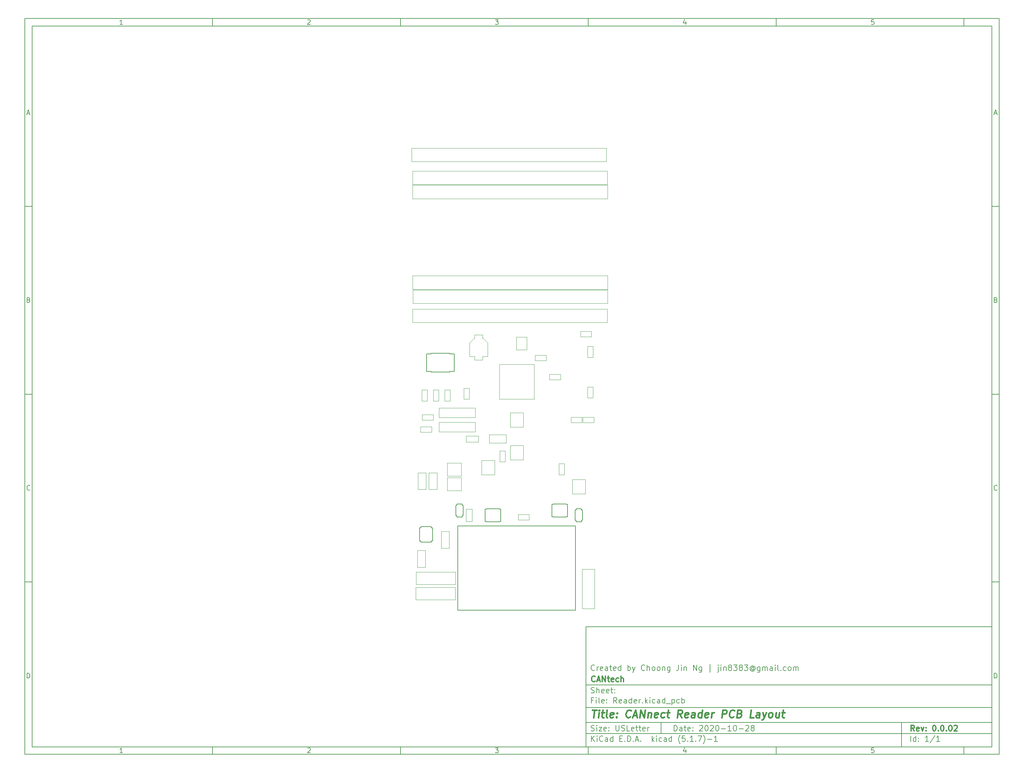
<source format=gbr>
%TF.GenerationSoftware,KiCad,Pcbnew,(5.1.7)-1*%
%TF.CreationDate,2020-10-28T15:01:33-07:00*%
%TF.ProjectId,Reader,52656164-6572-42e6-9b69-6361645f7063,0.0.02*%
%TF.SameCoordinates,Original*%
%TF.FileFunction,Other,User*%
%FSLAX46Y46*%
G04 Gerber Fmt 4.6, Leading zero omitted, Abs format (unit mm)*
G04 Created by KiCad (PCBNEW (5.1.7)-1) date 2020-10-28 15:01:33*
%MOMM*%
%LPD*%
G01*
G04 APERTURE LIST*
%ADD10C,0.100000*%
%ADD11C,0.150000*%
%ADD12C,0.300000*%
%ADD13C,0.400000*%
%ADD14C,0.152400*%
%ADD15C,0.050000*%
%ADD16C,0.050800*%
G04 APERTURE END LIST*
D10*
D11*
X159400000Y-171900000D02*
X159400000Y-203900000D01*
X267400000Y-203900000D01*
X267400000Y-171900000D01*
X159400000Y-171900000D01*
D10*
D11*
X10000000Y-10000000D02*
X10000000Y-205900000D01*
X269400000Y-205900000D01*
X269400000Y-10000000D01*
X10000000Y-10000000D01*
D10*
D11*
X12000000Y-12000000D02*
X12000000Y-203900000D01*
X267400000Y-203900000D01*
X267400000Y-12000000D01*
X12000000Y-12000000D01*
D10*
D11*
X60000000Y-12000000D02*
X60000000Y-10000000D01*
D10*
D11*
X110000000Y-12000000D02*
X110000000Y-10000000D01*
D10*
D11*
X160000000Y-12000000D02*
X160000000Y-10000000D01*
D10*
D11*
X210000000Y-12000000D02*
X210000000Y-10000000D01*
D10*
D11*
X260000000Y-12000000D02*
X260000000Y-10000000D01*
D10*
D11*
X36065476Y-11588095D02*
X35322619Y-11588095D01*
X35694047Y-11588095D02*
X35694047Y-10288095D01*
X35570238Y-10473809D01*
X35446428Y-10597619D01*
X35322619Y-10659523D01*
D10*
D11*
X85322619Y-10411904D02*
X85384523Y-10350000D01*
X85508333Y-10288095D01*
X85817857Y-10288095D01*
X85941666Y-10350000D01*
X86003571Y-10411904D01*
X86065476Y-10535714D01*
X86065476Y-10659523D01*
X86003571Y-10845238D01*
X85260714Y-11588095D01*
X86065476Y-11588095D01*
D10*
D11*
X135260714Y-10288095D02*
X136065476Y-10288095D01*
X135632142Y-10783333D01*
X135817857Y-10783333D01*
X135941666Y-10845238D01*
X136003571Y-10907142D01*
X136065476Y-11030952D01*
X136065476Y-11340476D01*
X136003571Y-11464285D01*
X135941666Y-11526190D01*
X135817857Y-11588095D01*
X135446428Y-11588095D01*
X135322619Y-11526190D01*
X135260714Y-11464285D01*
D10*
D11*
X185941666Y-10721428D02*
X185941666Y-11588095D01*
X185632142Y-10226190D02*
X185322619Y-11154761D01*
X186127380Y-11154761D01*
D10*
D11*
X236003571Y-10288095D02*
X235384523Y-10288095D01*
X235322619Y-10907142D01*
X235384523Y-10845238D01*
X235508333Y-10783333D01*
X235817857Y-10783333D01*
X235941666Y-10845238D01*
X236003571Y-10907142D01*
X236065476Y-11030952D01*
X236065476Y-11340476D01*
X236003571Y-11464285D01*
X235941666Y-11526190D01*
X235817857Y-11588095D01*
X235508333Y-11588095D01*
X235384523Y-11526190D01*
X235322619Y-11464285D01*
D10*
D11*
X60000000Y-203900000D02*
X60000000Y-205900000D01*
D10*
D11*
X110000000Y-203900000D02*
X110000000Y-205900000D01*
D10*
D11*
X160000000Y-203900000D02*
X160000000Y-205900000D01*
D10*
D11*
X210000000Y-203900000D02*
X210000000Y-205900000D01*
D10*
D11*
X260000000Y-203900000D02*
X260000000Y-205900000D01*
D10*
D11*
X36065476Y-205488095D02*
X35322619Y-205488095D01*
X35694047Y-205488095D02*
X35694047Y-204188095D01*
X35570238Y-204373809D01*
X35446428Y-204497619D01*
X35322619Y-204559523D01*
D10*
D11*
X85322619Y-204311904D02*
X85384523Y-204250000D01*
X85508333Y-204188095D01*
X85817857Y-204188095D01*
X85941666Y-204250000D01*
X86003571Y-204311904D01*
X86065476Y-204435714D01*
X86065476Y-204559523D01*
X86003571Y-204745238D01*
X85260714Y-205488095D01*
X86065476Y-205488095D01*
D10*
D11*
X135260714Y-204188095D02*
X136065476Y-204188095D01*
X135632142Y-204683333D01*
X135817857Y-204683333D01*
X135941666Y-204745238D01*
X136003571Y-204807142D01*
X136065476Y-204930952D01*
X136065476Y-205240476D01*
X136003571Y-205364285D01*
X135941666Y-205426190D01*
X135817857Y-205488095D01*
X135446428Y-205488095D01*
X135322619Y-205426190D01*
X135260714Y-205364285D01*
D10*
D11*
X185941666Y-204621428D02*
X185941666Y-205488095D01*
X185632142Y-204126190D02*
X185322619Y-205054761D01*
X186127380Y-205054761D01*
D10*
D11*
X236003571Y-204188095D02*
X235384523Y-204188095D01*
X235322619Y-204807142D01*
X235384523Y-204745238D01*
X235508333Y-204683333D01*
X235817857Y-204683333D01*
X235941666Y-204745238D01*
X236003571Y-204807142D01*
X236065476Y-204930952D01*
X236065476Y-205240476D01*
X236003571Y-205364285D01*
X235941666Y-205426190D01*
X235817857Y-205488095D01*
X235508333Y-205488095D01*
X235384523Y-205426190D01*
X235322619Y-205364285D01*
D10*
D11*
X10000000Y-60000000D02*
X12000000Y-60000000D01*
D10*
D11*
X10000000Y-110000000D02*
X12000000Y-110000000D01*
D10*
D11*
X10000000Y-160000000D02*
X12000000Y-160000000D01*
D10*
D11*
X10690476Y-35216666D02*
X11309523Y-35216666D01*
X10566666Y-35588095D02*
X11000000Y-34288095D01*
X11433333Y-35588095D01*
D10*
D11*
X11092857Y-84907142D02*
X11278571Y-84969047D01*
X11340476Y-85030952D01*
X11402380Y-85154761D01*
X11402380Y-85340476D01*
X11340476Y-85464285D01*
X11278571Y-85526190D01*
X11154761Y-85588095D01*
X10659523Y-85588095D01*
X10659523Y-84288095D01*
X11092857Y-84288095D01*
X11216666Y-84350000D01*
X11278571Y-84411904D01*
X11340476Y-84535714D01*
X11340476Y-84659523D01*
X11278571Y-84783333D01*
X11216666Y-84845238D01*
X11092857Y-84907142D01*
X10659523Y-84907142D01*
D10*
D11*
X11402380Y-135464285D02*
X11340476Y-135526190D01*
X11154761Y-135588095D01*
X11030952Y-135588095D01*
X10845238Y-135526190D01*
X10721428Y-135402380D01*
X10659523Y-135278571D01*
X10597619Y-135030952D01*
X10597619Y-134845238D01*
X10659523Y-134597619D01*
X10721428Y-134473809D01*
X10845238Y-134350000D01*
X11030952Y-134288095D01*
X11154761Y-134288095D01*
X11340476Y-134350000D01*
X11402380Y-134411904D01*
D10*
D11*
X10659523Y-185588095D02*
X10659523Y-184288095D01*
X10969047Y-184288095D01*
X11154761Y-184350000D01*
X11278571Y-184473809D01*
X11340476Y-184597619D01*
X11402380Y-184845238D01*
X11402380Y-185030952D01*
X11340476Y-185278571D01*
X11278571Y-185402380D01*
X11154761Y-185526190D01*
X10969047Y-185588095D01*
X10659523Y-185588095D01*
D10*
D11*
X269400000Y-60000000D02*
X267400000Y-60000000D01*
D10*
D11*
X269400000Y-110000000D02*
X267400000Y-110000000D01*
D10*
D11*
X269400000Y-160000000D02*
X267400000Y-160000000D01*
D10*
D11*
X268090476Y-35216666D02*
X268709523Y-35216666D01*
X267966666Y-35588095D02*
X268400000Y-34288095D01*
X268833333Y-35588095D01*
D10*
D11*
X268492857Y-84907142D02*
X268678571Y-84969047D01*
X268740476Y-85030952D01*
X268802380Y-85154761D01*
X268802380Y-85340476D01*
X268740476Y-85464285D01*
X268678571Y-85526190D01*
X268554761Y-85588095D01*
X268059523Y-85588095D01*
X268059523Y-84288095D01*
X268492857Y-84288095D01*
X268616666Y-84350000D01*
X268678571Y-84411904D01*
X268740476Y-84535714D01*
X268740476Y-84659523D01*
X268678571Y-84783333D01*
X268616666Y-84845238D01*
X268492857Y-84907142D01*
X268059523Y-84907142D01*
D10*
D11*
X268802380Y-135464285D02*
X268740476Y-135526190D01*
X268554761Y-135588095D01*
X268430952Y-135588095D01*
X268245238Y-135526190D01*
X268121428Y-135402380D01*
X268059523Y-135278571D01*
X267997619Y-135030952D01*
X267997619Y-134845238D01*
X268059523Y-134597619D01*
X268121428Y-134473809D01*
X268245238Y-134350000D01*
X268430952Y-134288095D01*
X268554761Y-134288095D01*
X268740476Y-134350000D01*
X268802380Y-134411904D01*
D10*
D11*
X268059523Y-185588095D02*
X268059523Y-184288095D01*
X268369047Y-184288095D01*
X268554761Y-184350000D01*
X268678571Y-184473809D01*
X268740476Y-184597619D01*
X268802380Y-184845238D01*
X268802380Y-185030952D01*
X268740476Y-185278571D01*
X268678571Y-185402380D01*
X268554761Y-185526190D01*
X268369047Y-185588095D01*
X268059523Y-185588095D01*
D10*
D11*
X182832142Y-199678571D02*
X182832142Y-198178571D01*
X183189285Y-198178571D01*
X183403571Y-198250000D01*
X183546428Y-198392857D01*
X183617857Y-198535714D01*
X183689285Y-198821428D01*
X183689285Y-199035714D01*
X183617857Y-199321428D01*
X183546428Y-199464285D01*
X183403571Y-199607142D01*
X183189285Y-199678571D01*
X182832142Y-199678571D01*
X184975000Y-199678571D02*
X184975000Y-198892857D01*
X184903571Y-198750000D01*
X184760714Y-198678571D01*
X184475000Y-198678571D01*
X184332142Y-198750000D01*
X184975000Y-199607142D02*
X184832142Y-199678571D01*
X184475000Y-199678571D01*
X184332142Y-199607142D01*
X184260714Y-199464285D01*
X184260714Y-199321428D01*
X184332142Y-199178571D01*
X184475000Y-199107142D01*
X184832142Y-199107142D01*
X184975000Y-199035714D01*
X185475000Y-198678571D02*
X186046428Y-198678571D01*
X185689285Y-198178571D02*
X185689285Y-199464285D01*
X185760714Y-199607142D01*
X185903571Y-199678571D01*
X186046428Y-199678571D01*
X187117857Y-199607142D02*
X186975000Y-199678571D01*
X186689285Y-199678571D01*
X186546428Y-199607142D01*
X186475000Y-199464285D01*
X186475000Y-198892857D01*
X186546428Y-198750000D01*
X186689285Y-198678571D01*
X186975000Y-198678571D01*
X187117857Y-198750000D01*
X187189285Y-198892857D01*
X187189285Y-199035714D01*
X186475000Y-199178571D01*
X187832142Y-199535714D02*
X187903571Y-199607142D01*
X187832142Y-199678571D01*
X187760714Y-199607142D01*
X187832142Y-199535714D01*
X187832142Y-199678571D01*
X187832142Y-198750000D02*
X187903571Y-198821428D01*
X187832142Y-198892857D01*
X187760714Y-198821428D01*
X187832142Y-198750000D01*
X187832142Y-198892857D01*
X189617857Y-198321428D02*
X189689285Y-198250000D01*
X189832142Y-198178571D01*
X190189285Y-198178571D01*
X190332142Y-198250000D01*
X190403571Y-198321428D01*
X190475000Y-198464285D01*
X190475000Y-198607142D01*
X190403571Y-198821428D01*
X189546428Y-199678571D01*
X190475000Y-199678571D01*
X191403571Y-198178571D02*
X191546428Y-198178571D01*
X191689285Y-198250000D01*
X191760714Y-198321428D01*
X191832142Y-198464285D01*
X191903571Y-198750000D01*
X191903571Y-199107142D01*
X191832142Y-199392857D01*
X191760714Y-199535714D01*
X191689285Y-199607142D01*
X191546428Y-199678571D01*
X191403571Y-199678571D01*
X191260714Y-199607142D01*
X191189285Y-199535714D01*
X191117857Y-199392857D01*
X191046428Y-199107142D01*
X191046428Y-198750000D01*
X191117857Y-198464285D01*
X191189285Y-198321428D01*
X191260714Y-198250000D01*
X191403571Y-198178571D01*
X192475000Y-198321428D02*
X192546428Y-198250000D01*
X192689285Y-198178571D01*
X193046428Y-198178571D01*
X193189285Y-198250000D01*
X193260714Y-198321428D01*
X193332142Y-198464285D01*
X193332142Y-198607142D01*
X193260714Y-198821428D01*
X192403571Y-199678571D01*
X193332142Y-199678571D01*
X194260714Y-198178571D02*
X194403571Y-198178571D01*
X194546428Y-198250000D01*
X194617857Y-198321428D01*
X194689285Y-198464285D01*
X194760714Y-198750000D01*
X194760714Y-199107142D01*
X194689285Y-199392857D01*
X194617857Y-199535714D01*
X194546428Y-199607142D01*
X194403571Y-199678571D01*
X194260714Y-199678571D01*
X194117857Y-199607142D01*
X194046428Y-199535714D01*
X193975000Y-199392857D01*
X193903571Y-199107142D01*
X193903571Y-198750000D01*
X193975000Y-198464285D01*
X194046428Y-198321428D01*
X194117857Y-198250000D01*
X194260714Y-198178571D01*
X195403571Y-199107142D02*
X196546428Y-199107142D01*
X198046428Y-199678571D02*
X197189285Y-199678571D01*
X197617857Y-199678571D02*
X197617857Y-198178571D01*
X197475000Y-198392857D01*
X197332142Y-198535714D01*
X197189285Y-198607142D01*
X198975000Y-198178571D02*
X199117857Y-198178571D01*
X199260714Y-198250000D01*
X199332142Y-198321428D01*
X199403571Y-198464285D01*
X199475000Y-198750000D01*
X199475000Y-199107142D01*
X199403571Y-199392857D01*
X199332142Y-199535714D01*
X199260714Y-199607142D01*
X199117857Y-199678571D01*
X198975000Y-199678571D01*
X198832142Y-199607142D01*
X198760714Y-199535714D01*
X198689285Y-199392857D01*
X198617857Y-199107142D01*
X198617857Y-198750000D01*
X198689285Y-198464285D01*
X198760714Y-198321428D01*
X198832142Y-198250000D01*
X198975000Y-198178571D01*
X200117857Y-199107142D02*
X201260714Y-199107142D01*
X201903571Y-198321428D02*
X201975000Y-198250000D01*
X202117857Y-198178571D01*
X202475000Y-198178571D01*
X202617857Y-198250000D01*
X202689285Y-198321428D01*
X202760714Y-198464285D01*
X202760714Y-198607142D01*
X202689285Y-198821428D01*
X201832142Y-199678571D01*
X202760714Y-199678571D01*
X203617857Y-198821428D02*
X203475000Y-198750000D01*
X203403571Y-198678571D01*
X203332142Y-198535714D01*
X203332142Y-198464285D01*
X203403571Y-198321428D01*
X203475000Y-198250000D01*
X203617857Y-198178571D01*
X203903571Y-198178571D01*
X204046428Y-198250000D01*
X204117857Y-198321428D01*
X204189285Y-198464285D01*
X204189285Y-198535714D01*
X204117857Y-198678571D01*
X204046428Y-198750000D01*
X203903571Y-198821428D01*
X203617857Y-198821428D01*
X203475000Y-198892857D01*
X203403571Y-198964285D01*
X203332142Y-199107142D01*
X203332142Y-199392857D01*
X203403571Y-199535714D01*
X203475000Y-199607142D01*
X203617857Y-199678571D01*
X203903571Y-199678571D01*
X204046428Y-199607142D01*
X204117857Y-199535714D01*
X204189285Y-199392857D01*
X204189285Y-199107142D01*
X204117857Y-198964285D01*
X204046428Y-198892857D01*
X203903571Y-198821428D01*
D10*
D11*
X159400000Y-200400000D02*
X267400000Y-200400000D01*
D10*
D11*
X160832142Y-202478571D02*
X160832142Y-200978571D01*
X161689285Y-202478571D02*
X161046428Y-201621428D01*
X161689285Y-200978571D02*
X160832142Y-201835714D01*
X162332142Y-202478571D02*
X162332142Y-201478571D01*
X162332142Y-200978571D02*
X162260714Y-201050000D01*
X162332142Y-201121428D01*
X162403571Y-201050000D01*
X162332142Y-200978571D01*
X162332142Y-201121428D01*
X163903571Y-202335714D02*
X163832142Y-202407142D01*
X163617857Y-202478571D01*
X163475000Y-202478571D01*
X163260714Y-202407142D01*
X163117857Y-202264285D01*
X163046428Y-202121428D01*
X162975000Y-201835714D01*
X162975000Y-201621428D01*
X163046428Y-201335714D01*
X163117857Y-201192857D01*
X163260714Y-201050000D01*
X163475000Y-200978571D01*
X163617857Y-200978571D01*
X163832142Y-201050000D01*
X163903571Y-201121428D01*
X165189285Y-202478571D02*
X165189285Y-201692857D01*
X165117857Y-201550000D01*
X164975000Y-201478571D01*
X164689285Y-201478571D01*
X164546428Y-201550000D01*
X165189285Y-202407142D02*
X165046428Y-202478571D01*
X164689285Y-202478571D01*
X164546428Y-202407142D01*
X164475000Y-202264285D01*
X164475000Y-202121428D01*
X164546428Y-201978571D01*
X164689285Y-201907142D01*
X165046428Y-201907142D01*
X165189285Y-201835714D01*
X166546428Y-202478571D02*
X166546428Y-200978571D01*
X166546428Y-202407142D02*
X166403571Y-202478571D01*
X166117857Y-202478571D01*
X165975000Y-202407142D01*
X165903571Y-202335714D01*
X165832142Y-202192857D01*
X165832142Y-201764285D01*
X165903571Y-201621428D01*
X165975000Y-201550000D01*
X166117857Y-201478571D01*
X166403571Y-201478571D01*
X166546428Y-201550000D01*
X168403571Y-201692857D02*
X168903571Y-201692857D01*
X169117857Y-202478571D02*
X168403571Y-202478571D01*
X168403571Y-200978571D01*
X169117857Y-200978571D01*
X169760714Y-202335714D02*
X169832142Y-202407142D01*
X169760714Y-202478571D01*
X169689285Y-202407142D01*
X169760714Y-202335714D01*
X169760714Y-202478571D01*
X170475000Y-202478571D02*
X170475000Y-200978571D01*
X170832142Y-200978571D01*
X171046428Y-201050000D01*
X171189285Y-201192857D01*
X171260714Y-201335714D01*
X171332142Y-201621428D01*
X171332142Y-201835714D01*
X171260714Y-202121428D01*
X171189285Y-202264285D01*
X171046428Y-202407142D01*
X170832142Y-202478571D01*
X170475000Y-202478571D01*
X171975000Y-202335714D02*
X172046428Y-202407142D01*
X171975000Y-202478571D01*
X171903571Y-202407142D01*
X171975000Y-202335714D01*
X171975000Y-202478571D01*
X172617857Y-202050000D02*
X173332142Y-202050000D01*
X172475000Y-202478571D02*
X172975000Y-200978571D01*
X173475000Y-202478571D01*
X173975000Y-202335714D02*
X174046428Y-202407142D01*
X173975000Y-202478571D01*
X173903571Y-202407142D01*
X173975000Y-202335714D01*
X173975000Y-202478571D01*
X176975000Y-202478571D02*
X176975000Y-200978571D01*
X177117857Y-201907142D02*
X177546428Y-202478571D01*
X177546428Y-201478571D02*
X176975000Y-202050000D01*
X178189285Y-202478571D02*
X178189285Y-201478571D01*
X178189285Y-200978571D02*
X178117857Y-201050000D01*
X178189285Y-201121428D01*
X178260714Y-201050000D01*
X178189285Y-200978571D01*
X178189285Y-201121428D01*
X179546428Y-202407142D02*
X179403571Y-202478571D01*
X179117857Y-202478571D01*
X178975000Y-202407142D01*
X178903571Y-202335714D01*
X178832142Y-202192857D01*
X178832142Y-201764285D01*
X178903571Y-201621428D01*
X178975000Y-201550000D01*
X179117857Y-201478571D01*
X179403571Y-201478571D01*
X179546428Y-201550000D01*
X180832142Y-202478571D02*
X180832142Y-201692857D01*
X180760714Y-201550000D01*
X180617857Y-201478571D01*
X180332142Y-201478571D01*
X180189285Y-201550000D01*
X180832142Y-202407142D02*
X180689285Y-202478571D01*
X180332142Y-202478571D01*
X180189285Y-202407142D01*
X180117857Y-202264285D01*
X180117857Y-202121428D01*
X180189285Y-201978571D01*
X180332142Y-201907142D01*
X180689285Y-201907142D01*
X180832142Y-201835714D01*
X182189285Y-202478571D02*
X182189285Y-200978571D01*
X182189285Y-202407142D02*
X182046428Y-202478571D01*
X181760714Y-202478571D01*
X181617857Y-202407142D01*
X181546428Y-202335714D01*
X181475000Y-202192857D01*
X181475000Y-201764285D01*
X181546428Y-201621428D01*
X181617857Y-201550000D01*
X181760714Y-201478571D01*
X182046428Y-201478571D01*
X182189285Y-201550000D01*
X184475000Y-203050000D02*
X184403571Y-202978571D01*
X184260714Y-202764285D01*
X184189285Y-202621428D01*
X184117857Y-202407142D01*
X184046428Y-202050000D01*
X184046428Y-201764285D01*
X184117857Y-201407142D01*
X184189285Y-201192857D01*
X184260714Y-201050000D01*
X184403571Y-200835714D01*
X184475000Y-200764285D01*
X185760714Y-200978571D02*
X185046428Y-200978571D01*
X184975000Y-201692857D01*
X185046428Y-201621428D01*
X185189285Y-201550000D01*
X185546428Y-201550000D01*
X185689285Y-201621428D01*
X185760714Y-201692857D01*
X185832142Y-201835714D01*
X185832142Y-202192857D01*
X185760714Y-202335714D01*
X185689285Y-202407142D01*
X185546428Y-202478571D01*
X185189285Y-202478571D01*
X185046428Y-202407142D01*
X184975000Y-202335714D01*
X186475000Y-202335714D02*
X186546428Y-202407142D01*
X186475000Y-202478571D01*
X186403571Y-202407142D01*
X186475000Y-202335714D01*
X186475000Y-202478571D01*
X187975000Y-202478571D02*
X187117857Y-202478571D01*
X187546428Y-202478571D02*
X187546428Y-200978571D01*
X187403571Y-201192857D01*
X187260714Y-201335714D01*
X187117857Y-201407142D01*
X188617857Y-202335714D02*
X188689285Y-202407142D01*
X188617857Y-202478571D01*
X188546428Y-202407142D01*
X188617857Y-202335714D01*
X188617857Y-202478571D01*
X189189285Y-200978571D02*
X190189285Y-200978571D01*
X189546428Y-202478571D01*
X190617857Y-203050000D02*
X190689285Y-202978571D01*
X190832142Y-202764285D01*
X190903571Y-202621428D01*
X190975000Y-202407142D01*
X191046428Y-202050000D01*
X191046428Y-201764285D01*
X190975000Y-201407142D01*
X190903571Y-201192857D01*
X190832142Y-201050000D01*
X190689285Y-200835714D01*
X190617857Y-200764285D01*
X191760714Y-201907142D02*
X192903571Y-201907142D01*
X194403571Y-202478571D02*
X193546428Y-202478571D01*
X193975000Y-202478571D02*
X193975000Y-200978571D01*
X193832142Y-201192857D01*
X193689285Y-201335714D01*
X193546428Y-201407142D01*
D10*
D11*
X159400000Y-197400000D02*
X267400000Y-197400000D01*
D10*
D12*
X246809285Y-199678571D02*
X246309285Y-198964285D01*
X245952142Y-199678571D02*
X245952142Y-198178571D01*
X246523571Y-198178571D01*
X246666428Y-198250000D01*
X246737857Y-198321428D01*
X246809285Y-198464285D01*
X246809285Y-198678571D01*
X246737857Y-198821428D01*
X246666428Y-198892857D01*
X246523571Y-198964285D01*
X245952142Y-198964285D01*
X248023571Y-199607142D02*
X247880714Y-199678571D01*
X247595000Y-199678571D01*
X247452142Y-199607142D01*
X247380714Y-199464285D01*
X247380714Y-198892857D01*
X247452142Y-198750000D01*
X247595000Y-198678571D01*
X247880714Y-198678571D01*
X248023571Y-198750000D01*
X248095000Y-198892857D01*
X248095000Y-199035714D01*
X247380714Y-199178571D01*
X248595000Y-198678571D02*
X248952142Y-199678571D01*
X249309285Y-198678571D01*
X249880714Y-199535714D02*
X249952142Y-199607142D01*
X249880714Y-199678571D01*
X249809285Y-199607142D01*
X249880714Y-199535714D01*
X249880714Y-199678571D01*
X249880714Y-198750000D02*
X249952142Y-198821428D01*
X249880714Y-198892857D01*
X249809285Y-198821428D01*
X249880714Y-198750000D01*
X249880714Y-198892857D01*
X252023571Y-198178571D02*
X252166428Y-198178571D01*
X252309285Y-198250000D01*
X252380714Y-198321428D01*
X252452142Y-198464285D01*
X252523571Y-198750000D01*
X252523571Y-199107142D01*
X252452142Y-199392857D01*
X252380714Y-199535714D01*
X252309285Y-199607142D01*
X252166428Y-199678571D01*
X252023571Y-199678571D01*
X251880714Y-199607142D01*
X251809285Y-199535714D01*
X251737857Y-199392857D01*
X251666428Y-199107142D01*
X251666428Y-198750000D01*
X251737857Y-198464285D01*
X251809285Y-198321428D01*
X251880714Y-198250000D01*
X252023571Y-198178571D01*
X253166428Y-199535714D02*
X253237857Y-199607142D01*
X253166428Y-199678571D01*
X253095000Y-199607142D01*
X253166428Y-199535714D01*
X253166428Y-199678571D01*
X254166428Y-198178571D02*
X254309285Y-198178571D01*
X254452142Y-198250000D01*
X254523571Y-198321428D01*
X254595000Y-198464285D01*
X254666428Y-198750000D01*
X254666428Y-199107142D01*
X254595000Y-199392857D01*
X254523571Y-199535714D01*
X254452142Y-199607142D01*
X254309285Y-199678571D01*
X254166428Y-199678571D01*
X254023571Y-199607142D01*
X253952142Y-199535714D01*
X253880714Y-199392857D01*
X253809285Y-199107142D01*
X253809285Y-198750000D01*
X253880714Y-198464285D01*
X253952142Y-198321428D01*
X254023571Y-198250000D01*
X254166428Y-198178571D01*
X255309285Y-199535714D02*
X255380714Y-199607142D01*
X255309285Y-199678571D01*
X255237857Y-199607142D01*
X255309285Y-199535714D01*
X255309285Y-199678571D01*
X256309285Y-198178571D02*
X256452142Y-198178571D01*
X256595000Y-198250000D01*
X256666428Y-198321428D01*
X256737857Y-198464285D01*
X256809285Y-198750000D01*
X256809285Y-199107142D01*
X256737857Y-199392857D01*
X256666428Y-199535714D01*
X256595000Y-199607142D01*
X256452142Y-199678571D01*
X256309285Y-199678571D01*
X256166428Y-199607142D01*
X256095000Y-199535714D01*
X256023571Y-199392857D01*
X255952142Y-199107142D01*
X255952142Y-198750000D01*
X256023571Y-198464285D01*
X256095000Y-198321428D01*
X256166428Y-198250000D01*
X256309285Y-198178571D01*
X257380714Y-198321428D02*
X257452142Y-198250000D01*
X257595000Y-198178571D01*
X257952142Y-198178571D01*
X258095000Y-198250000D01*
X258166428Y-198321428D01*
X258237857Y-198464285D01*
X258237857Y-198607142D01*
X258166428Y-198821428D01*
X257309285Y-199678571D01*
X258237857Y-199678571D01*
D10*
D11*
X160760714Y-199607142D02*
X160975000Y-199678571D01*
X161332142Y-199678571D01*
X161475000Y-199607142D01*
X161546428Y-199535714D01*
X161617857Y-199392857D01*
X161617857Y-199250000D01*
X161546428Y-199107142D01*
X161475000Y-199035714D01*
X161332142Y-198964285D01*
X161046428Y-198892857D01*
X160903571Y-198821428D01*
X160832142Y-198750000D01*
X160760714Y-198607142D01*
X160760714Y-198464285D01*
X160832142Y-198321428D01*
X160903571Y-198250000D01*
X161046428Y-198178571D01*
X161403571Y-198178571D01*
X161617857Y-198250000D01*
X162260714Y-199678571D02*
X162260714Y-198678571D01*
X162260714Y-198178571D02*
X162189285Y-198250000D01*
X162260714Y-198321428D01*
X162332142Y-198250000D01*
X162260714Y-198178571D01*
X162260714Y-198321428D01*
X162832142Y-198678571D02*
X163617857Y-198678571D01*
X162832142Y-199678571D01*
X163617857Y-199678571D01*
X164760714Y-199607142D02*
X164617857Y-199678571D01*
X164332142Y-199678571D01*
X164189285Y-199607142D01*
X164117857Y-199464285D01*
X164117857Y-198892857D01*
X164189285Y-198750000D01*
X164332142Y-198678571D01*
X164617857Y-198678571D01*
X164760714Y-198750000D01*
X164832142Y-198892857D01*
X164832142Y-199035714D01*
X164117857Y-199178571D01*
X165475000Y-199535714D02*
X165546428Y-199607142D01*
X165475000Y-199678571D01*
X165403571Y-199607142D01*
X165475000Y-199535714D01*
X165475000Y-199678571D01*
X165475000Y-198750000D02*
X165546428Y-198821428D01*
X165475000Y-198892857D01*
X165403571Y-198821428D01*
X165475000Y-198750000D01*
X165475000Y-198892857D01*
X167332142Y-198178571D02*
X167332142Y-199392857D01*
X167403571Y-199535714D01*
X167475000Y-199607142D01*
X167617857Y-199678571D01*
X167903571Y-199678571D01*
X168046428Y-199607142D01*
X168117857Y-199535714D01*
X168189285Y-199392857D01*
X168189285Y-198178571D01*
X168832142Y-199607142D02*
X169046428Y-199678571D01*
X169403571Y-199678571D01*
X169546428Y-199607142D01*
X169617857Y-199535714D01*
X169689285Y-199392857D01*
X169689285Y-199250000D01*
X169617857Y-199107142D01*
X169546428Y-199035714D01*
X169403571Y-198964285D01*
X169117857Y-198892857D01*
X168975000Y-198821428D01*
X168903571Y-198750000D01*
X168832142Y-198607142D01*
X168832142Y-198464285D01*
X168903571Y-198321428D01*
X168975000Y-198250000D01*
X169117857Y-198178571D01*
X169475000Y-198178571D01*
X169689285Y-198250000D01*
X171046428Y-199678571D02*
X170332142Y-199678571D01*
X170332142Y-198178571D01*
X172117857Y-199607142D02*
X171975000Y-199678571D01*
X171689285Y-199678571D01*
X171546428Y-199607142D01*
X171475000Y-199464285D01*
X171475000Y-198892857D01*
X171546428Y-198750000D01*
X171689285Y-198678571D01*
X171975000Y-198678571D01*
X172117857Y-198750000D01*
X172189285Y-198892857D01*
X172189285Y-199035714D01*
X171475000Y-199178571D01*
X172617857Y-198678571D02*
X173189285Y-198678571D01*
X172832142Y-198178571D02*
X172832142Y-199464285D01*
X172903571Y-199607142D01*
X173046428Y-199678571D01*
X173189285Y-199678571D01*
X173475000Y-198678571D02*
X174046428Y-198678571D01*
X173689285Y-198178571D02*
X173689285Y-199464285D01*
X173760714Y-199607142D01*
X173903571Y-199678571D01*
X174046428Y-199678571D01*
X175117857Y-199607142D02*
X174975000Y-199678571D01*
X174689285Y-199678571D01*
X174546428Y-199607142D01*
X174475000Y-199464285D01*
X174475000Y-198892857D01*
X174546428Y-198750000D01*
X174689285Y-198678571D01*
X174975000Y-198678571D01*
X175117857Y-198750000D01*
X175189285Y-198892857D01*
X175189285Y-199035714D01*
X174475000Y-199178571D01*
X175832142Y-199678571D02*
X175832142Y-198678571D01*
X175832142Y-198964285D02*
X175903571Y-198821428D01*
X175975000Y-198750000D01*
X176117857Y-198678571D01*
X176260714Y-198678571D01*
D10*
D11*
X245832142Y-202478571D02*
X245832142Y-200978571D01*
X247189285Y-202478571D02*
X247189285Y-200978571D01*
X247189285Y-202407142D02*
X247046428Y-202478571D01*
X246760714Y-202478571D01*
X246617857Y-202407142D01*
X246546428Y-202335714D01*
X246475000Y-202192857D01*
X246475000Y-201764285D01*
X246546428Y-201621428D01*
X246617857Y-201550000D01*
X246760714Y-201478571D01*
X247046428Y-201478571D01*
X247189285Y-201550000D01*
X247903571Y-202335714D02*
X247975000Y-202407142D01*
X247903571Y-202478571D01*
X247832142Y-202407142D01*
X247903571Y-202335714D01*
X247903571Y-202478571D01*
X247903571Y-201550000D02*
X247975000Y-201621428D01*
X247903571Y-201692857D01*
X247832142Y-201621428D01*
X247903571Y-201550000D01*
X247903571Y-201692857D01*
X250546428Y-202478571D02*
X249689285Y-202478571D01*
X250117857Y-202478571D02*
X250117857Y-200978571D01*
X249975000Y-201192857D01*
X249832142Y-201335714D01*
X249689285Y-201407142D01*
X252260714Y-200907142D02*
X250975000Y-202835714D01*
X253546428Y-202478571D02*
X252689285Y-202478571D01*
X253117857Y-202478571D02*
X253117857Y-200978571D01*
X252975000Y-201192857D01*
X252832142Y-201335714D01*
X252689285Y-201407142D01*
D10*
D11*
X159400000Y-193400000D02*
X267400000Y-193400000D01*
D10*
D13*
X161112380Y-194104761D02*
X162255238Y-194104761D01*
X161433809Y-196104761D02*
X161683809Y-194104761D01*
X162671904Y-196104761D02*
X162838571Y-194771428D01*
X162921904Y-194104761D02*
X162814761Y-194200000D01*
X162898095Y-194295238D01*
X163005238Y-194200000D01*
X162921904Y-194104761D01*
X162898095Y-194295238D01*
X163505238Y-194771428D02*
X164267142Y-194771428D01*
X163874285Y-194104761D02*
X163660000Y-195819047D01*
X163731428Y-196009523D01*
X163910000Y-196104761D01*
X164100476Y-196104761D01*
X165052857Y-196104761D02*
X164874285Y-196009523D01*
X164802857Y-195819047D01*
X165017142Y-194104761D01*
X166588571Y-196009523D02*
X166386190Y-196104761D01*
X166005238Y-196104761D01*
X165826666Y-196009523D01*
X165755238Y-195819047D01*
X165850476Y-195057142D01*
X165969523Y-194866666D01*
X166171904Y-194771428D01*
X166552857Y-194771428D01*
X166731428Y-194866666D01*
X166802857Y-195057142D01*
X166779047Y-195247619D01*
X165802857Y-195438095D01*
X167552857Y-195914285D02*
X167636190Y-196009523D01*
X167529047Y-196104761D01*
X167445714Y-196009523D01*
X167552857Y-195914285D01*
X167529047Y-196104761D01*
X167683809Y-194866666D02*
X167767142Y-194961904D01*
X167660000Y-195057142D01*
X167576666Y-194961904D01*
X167683809Y-194866666D01*
X167660000Y-195057142D01*
X171171904Y-195914285D02*
X171064761Y-196009523D01*
X170767142Y-196104761D01*
X170576666Y-196104761D01*
X170302857Y-196009523D01*
X170136190Y-195819047D01*
X170064761Y-195628571D01*
X170017142Y-195247619D01*
X170052857Y-194961904D01*
X170195714Y-194580952D01*
X170314761Y-194390476D01*
X170529047Y-194200000D01*
X170826666Y-194104761D01*
X171017142Y-194104761D01*
X171290952Y-194200000D01*
X171374285Y-194295238D01*
X171981428Y-195533333D02*
X172933809Y-195533333D01*
X171719523Y-196104761D02*
X172636190Y-194104761D01*
X173052857Y-196104761D01*
X173719523Y-196104761D02*
X173969523Y-194104761D01*
X174862380Y-196104761D01*
X175112380Y-194104761D01*
X175981428Y-194771428D02*
X175814761Y-196104761D01*
X175957619Y-194961904D02*
X176064761Y-194866666D01*
X176267142Y-194771428D01*
X176552857Y-194771428D01*
X176731428Y-194866666D01*
X176802857Y-195057142D01*
X176671904Y-196104761D01*
X178398095Y-196009523D02*
X178195714Y-196104761D01*
X177814761Y-196104761D01*
X177636190Y-196009523D01*
X177564761Y-195819047D01*
X177660000Y-195057142D01*
X177779047Y-194866666D01*
X177981428Y-194771428D01*
X178362380Y-194771428D01*
X178540952Y-194866666D01*
X178612380Y-195057142D01*
X178588571Y-195247619D01*
X177612380Y-195438095D01*
X180207619Y-196009523D02*
X180005238Y-196104761D01*
X179624285Y-196104761D01*
X179445714Y-196009523D01*
X179362380Y-195914285D01*
X179290952Y-195723809D01*
X179362380Y-195152380D01*
X179481428Y-194961904D01*
X179588571Y-194866666D01*
X179790952Y-194771428D01*
X180171904Y-194771428D01*
X180350476Y-194866666D01*
X180933809Y-194771428D02*
X181695714Y-194771428D01*
X181302857Y-194104761D02*
X181088571Y-195819047D01*
X181160000Y-196009523D01*
X181338571Y-196104761D01*
X181529047Y-196104761D01*
X184862380Y-196104761D02*
X184314761Y-195152380D01*
X183719523Y-196104761D02*
X183969523Y-194104761D01*
X184731428Y-194104761D01*
X184910000Y-194200000D01*
X184993333Y-194295238D01*
X185064761Y-194485714D01*
X185029047Y-194771428D01*
X184910000Y-194961904D01*
X184802857Y-195057142D01*
X184600476Y-195152380D01*
X183838571Y-195152380D01*
X186493333Y-196009523D02*
X186290952Y-196104761D01*
X185910000Y-196104761D01*
X185731428Y-196009523D01*
X185660000Y-195819047D01*
X185755238Y-195057142D01*
X185874285Y-194866666D01*
X186076666Y-194771428D01*
X186457619Y-194771428D01*
X186636190Y-194866666D01*
X186707619Y-195057142D01*
X186683809Y-195247619D01*
X185707619Y-195438095D01*
X188290952Y-196104761D02*
X188421904Y-195057142D01*
X188350476Y-194866666D01*
X188171904Y-194771428D01*
X187790952Y-194771428D01*
X187588571Y-194866666D01*
X188302857Y-196009523D02*
X188100476Y-196104761D01*
X187624285Y-196104761D01*
X187445714Y-196009523D01*
X187374285Y-195819047D01*
X187398095Y-195628571D01*
X187517142Y-195438095D01*
X187719523Y-195342857D01*
X188195714Y-195342857D01*
X188398095Y-195247619D01*
X190100476Y-196104761D02*
X190350476Y-194104761D01*
X190112380Y-196009523D02*
X189910000Y-196104761D01*
X189529047Y-196104761D01*
X189350476Y-196009523D01*
X189267142Y-195914285D01*
X189195714Y-195723809D01*
X189267142Y-195152380D01*
X189386190Y-194961904D01*
X189493333Y-194866666D01*
X189695714Y-194771428D01*
X190076666Y-194771428D01*
X190255238Y-194866666D01*
X191826666Y-196009523D02*
X191624285Y-196104761D01*
X191243333Y-196104761D01*
X191064761Y-196009523D01*
X190993333Y-195819047D01*
X191088571Y-195057142D01*
X191207619Y-194866666D01*
X191410000Y-194771428D01*
X191790952Y-194771428D01*
X191969523Y-194866666D01*
X192040952Y-195057142D01*
X192017142Y-195247619D01*
X191040952Y-195438095D01*
X192767142Y-196104761D02*
X192933809Y-194771428D01*
X192886190Y-195152380D02*
X193005238Y-194961904D01*
X193112380Y-194866666D01*
X193314761Y-194771428D01*
X193505238Y-194771428D01*
X195529047Y-196104761D02*
X195779047Y-194104761D01*
X196540952Y-194104761D01*
X196719523Y-194200000D01*
X196802857Y-194295238D01*
X196874285Y-194485714D01*
X196838571Y-194771428D01*
X196719523Y-194961904D01*
X196612380Y-195057142D01*
X196410000Y-195152380D01*
X195648095Y-195152380D01*
X198695714Y-195914285D02*
X198588571Y-196009523D01*
X198290952Y-196104761D01*
X198100476Y-196104761D01*
X197826666Y-196009523D01*
X197660000Y-195819047D01*
X197588571Y-195628571D01*
X197540952Y-195247619D01*
X197576666Y-194961904D01*
X197719523Y-194580952D01*
X197838571Y-194390476D01*
X198052857Y-194200000D01*
X198350476Y-194104761D01*
X198540952Y-194104761D01*
X198814761Y-194200000D01*
X198898095Y-194295238D01*
X200326666Y-195057142D02*
X200600476Y-195152380D01*
X200683809Y-195247619D01*
X200755238Y-195438095D01*
X200719523Y-195723809D01*
X200600476Y-195914285D01*
X200493333Y-196009523D01*
X200290952Y-196104761D01*
X199529047Y-196104761D01*
X199779047Y-194104761D01*
X200445714Y-194104761D01*
X200624285Y-194200000D01*
X200707619Y-194295238D01*
X200779047Y-194485714D01*
X200755238Y-194676190D01*
X200636190Y-194866666D01*
X200529047Y-194961904D01*
X200326666Y-195057142D01*
X199660000Y-195057142D01*
X204005238Y-196104761D02*
X203052857Y-196104761D01*
X203302857Y-194104761D01*
X205529047Y-196104761D02*
X205660000Y-195057142D01*
X205588571Y-194866666D01*
X205410000Y-194771428D01*
X205029047Y-194771428D01*
X204826666Y-194866666D01*
X205540952Y-196009523D02*
X205338571Y-196104761D01*
X204862380Y-196104761D01*
X204683809Y-196009523D01*
X204612380Y-195819047D01*
X204636190Y-195628571D01*
X204755238Y-195438095D01*
X204957619Y-195342857D01*
X205433809Y-195342857D01*
X205636190Y-195247619D01*
X206457619Y-194771428D02*
X206767142Y-196104761D01*
X207410000Y-194771428D02*
X206767142Y-196104761D01*
X206517142Y-196580952D01*
X206410000Y-196676190D01*
X206207619Y-196771428D01*
X208290952Y-196104761D02*
X208112380Y-196009523D01*
X208029047Y-195914285D01*
X207957619Y-195723809D01*
X208029047Y-195152380D01*
X208148095Y-194961904D01*
X208255238Y-194866666D01*
X208457619Y-194771428D01*
X208743333Y-194771428D01*
X208921904Y-194866666D01*
X209005238Y-194961904D01*
X209076666Y-195152380D01*
X209005238Y-195723809D01*
X208886190Y-195914285D01*
X208779047Y-196009523D01*
X208576666Y-196104761D01*
X208290952Y-196104761D01*
X210838571Y-194771428D02*
X210671904Y-196104761D01*
X209981428Y-194771428D02*
X209850476Y-195819047D01*
X209921904Y-196009523D01*
X210100476Y-196104761D01*
X210386190Y-196104761D01*
X210588571Y-196009523D01*
X210695714Y-195914285D01*
X211505238Y-194771428D02*
X212267142Y-194771428D01*
X211874285Y-194104761D02*
X211659999Y-195819047D01*
X211731428Y-196009523D01*
X211909999Y-196104761D01*
X212100476Y-196104761D01*
D10*
D11*
X161332142Y-191492857D02*
X160832142Y-191492857D01*
X160832142Y-192278571D02*
X160832142Y-190778571D01*
X161546428Y-190778571D01*
X162117857Y-192278571D02*
X162117857Y-191278571D01*
X162117857Y-190778571D02*
X162046428Y-190850000D01*
X162117857Y-190921428D01*
X162189285Y-190850000D01*
X162117857Y-190778571D01*
X162117857Y-190921428D01*
X163046428Y-192278571D02*
X162903571Y-192207142D01*
X162832142Y-192064285D01*
X162832142Y-190778571D01*
X164189285Y-192207142D02*
X164046428Y-192278571D01*
X163760714Y-192278571D01*
X163617857Y-192207142D01*
X163546428Y-192064285D01*
X163546428Y-191492857D01*
X163617857Y-191350000D01*
X163760714Y-191278571D01*
X164046428Y-191278571D01*
X164189285Y-191350000D01*
X164260714Y-191492857D01*
X164260714Y-191635714D01*
X163546428Y-191778571D01*
X164903571Y-192135714D02*
X164975000Y-192207142D01*
X164903571Y-192278571D01*
X164832142Y-192207142D01*
X164903571Y-192135714D01*
X164903571Y-192278571D01*
X164903571Y-191350000D02*
X164975000Y-191421428D01*
X164903571Y-191492857D01*
X164832142Y-191421428D01*
X164903571Y-191350000D01*
X164903571Y-191492857D01*
X167617857Y-192278571D02*
X167117857Y-191564285D01*
X166760714Y-192278571D02*
X166760714Y-190778571D01*
X167332142Y-190778571D01*
X167475000Y-190850000D01*
X167546428Y-190921428D01*
X167617857Y-191064285D01*
X167617857Y-191278571D01*
X167546428Y-191421428D01*
X167475000Y-191492857D01*
X167332142Y-191564285D01*
X166760714Y-191564285D01*
X168832142Y-192207142D02*
X168689285Y-192278571D01*
X168403571Y-192278571D01*
X168260714Y-192207142D01*
X168189285Y-192064285D01*
X168189285Y-191492857D01*
X168260714Y-191350000D01*
X168403571Y-191278571D01*
X168689285Y-191278571D01*
X168832142Y-191350000D01*
X168903571Y-191492857D01*
X168903571Y-191635714D01*
X168189285Y-191778571D01*
X170189285Y-192278571D02*
X170189285Y-191492857D01*
X170117857Y-191350000D01*
X169975000Y-191278571D01*
X169689285Y-191278571D01*
X169546428Y-191350000D01*
X170189285Y-192207142D02*
X170046428Y-192278571D01*
X169689285Y-192278571D01*
X169546428Y-192207142D01*
X169475000Y-192064285D01*
X169475000Y-191921428D01*
X169546428Y-191778571D01*
X169689285Y-191707142D01*
X170046428Y-191707142D01*
X170189285Y-191635714D01*
X171546428Y-192278571D02*
X171546428Y-190778571D01*
X171546428Y-192207142D02*
X171403571Y-192278571D01*
X171117857Y-192278571D01*
X170975000Y-192207142D01*
X170903571Y-192135714D01*
X170832142Y-191992857D01*
X170832142Y-191564285D01*
X170903571Y-191421428D01*
X170975000Y-191350000D01*
X171117857Y-191278571D01*
X171403571Y-191278571D01*
X171546428Y-191350000D01*
X172832142Y-192207142D02*
X172689285Y-192278571D01*
X172403571Y-192278571D01*
X172260714Y-192207142D01*
X172189285Y-192064285D01*
X172189285Y-191492857D01*
X172260714Y-191350000D01*
X172403571Y-191278571D01*
X172689285Y-191278571D01*
X172832142Y-191350000D01*
X172903571Y-191492857D01*
X172903571Y-191635714D01*
X172189285Y-191778571D01*
X173546428Y-192278571D02*
X173546428Y-191278571D01*
X173546428Y-191564285D02*
X173617857Y-191421428D01*
X173689285Y-191350000D01*
X173832142Y-191278571D01*
X173975000Y-191278571D01*
X174475000Y-192135714D02*
X174546428Y-192207142D01*
X174475000Y-192278571D01*
X174403571Y-192207142D01*
X174475000Y-192135714D01*
X174475000Y-192278571D01*
X175189285Y-192278571D02*
X175189285Y-190778571D01*
X175332142Y-191707142D02*
X175760714Y-192278571D01*
X175760714Y-191278571D02*
X175189285Y-191850000D01*
X176403571Y-192278571D02*
X176403571Y-191278571D01*
X176403571Y-190778571D02*
X176332142Y-190850000D01*
X176403571Y-190921428D01*
X176475000Y-190850000D01*
X176403571Y-190778571D01*
X176403571Y-190921428D01*
X177760714Y-192207142D02*
X177617857Y-192278571D01*
X177332142Y-192278571D01*
X177189285Y-192207142D01*
X177117857Y-192135714D01*
X177046428Y-191992857D01*
X177046428Y-191564285D01*
X177117857Y-191421428D01*
X177189285Y-191350000D01*
X177332142Y-191278571D01*
X177617857Y-191278571D01*
X177760714Y-191350000D01*
X179046428Y-192278571D02*
X179046428Y-191492857D01*
X178975000Y-191350000D01*
X178832142Y-191278571D01*
X178546428Y-191278571D01*
X178403571Y-191350000D01*
X179046428Y-192207142D02*
X178903571Y-192278571D01*
X178546428Y-192278571D01*
X178403571Y-192207142D01*
X178332142Y-192064285D01*
X178332142Y-191921428D01*
X178403571Y-191778571D01*
X178546428Y-191707142D01*
X178903571Y-191707142D01*
X179046428Y-191635714D01*
X180403571Y-192278571D02*
X180403571Y-190778571D01*
X180403571Y-192207142D02*
X180260714Y-192278571D01*
X179975000Y-192278571D01*
X179832142Y-192207142D01*
X179760714Y-192135714D01*
X179689285Y-191992857D01*
X179689285Y-191564285D01*
X179760714Y-191421428D01*
X179832142Y-191350000D01*
X179975000Y-191278571D01*
X180260714Y-191278571D01*
X180403571Y-191350000D01*
X180760714Y-192421428D02*
X181903571Y-192421428D01*
X182260714Y-191278571D02*
X182260714Y-192778571D01*
X182260714Y-191350000D02*
X182403571Y-191278571D01*
X182689285Y-191278571D01*
X182832142Y-191350000D01*
X182903571Y-191421428D01*
X182975000Y-191564285D01*
X182975000Y-191992857D01*
X182903571Y-192135714D01*
X182832142Y-192207142D01*
X182689285Y-192278571D01*
X182403571Y-192278571D01*
X182260714Y-192207142D01*
X184260714Y-192207142D02*
X184117857Y-192278571D01*
X183832142Y-192278571D01*
X183689285Y-192207142D01*
X183617857Y-192135714D01*
X183546428Y-191992857D01*
X183546428Y-191564285D01*
X183617857Y-191421428D01*
X183689285Y-191350000D01*
X183832142Y-191278571D01*
X184117857Y-191278571D01*
X184260714Y-191350000D01*
X184903571Y-192278571D02*
X184903571Y-190778571D01*
X184903571Y-191350000D02*
X185046428Y-191278571D01*
X185332142Y-191278571D01*
X185475000Y-191350000D01*
X185546428Y-191421428D01*
X185617857Y-191564285D01*
X185617857Y-191992857D01*
X185546428Y-192135714D01*
X185475000Y-192207142D01*
X185332142Y-192278571D01*
X185046428Y-192278571D01*
X184903571Y-192207142D01*
D10*
D11*
X159400000Y-187400000D02*
X267400000Y-187400000D01*
D10*
D11*
X160760714Y-189507142D02*
X160975000Y-189578571D01*
X161332142Y-189578571D01*
X161475000Y-189507142D01*
X161546428Y-189435714D01*
X161617857Y-189292857D01*
X161617857Y-189150000D01*
X161546428Y-189007142D01*
X161475000Y-188935714D01*
X161332142Y-188864285D01*
X161046428Y-188792857D01*
X160903571Y-188721428D01*
X160832142Y-188650000D01*
X160760714Y-188507142D01*
X160760714Y-188364285D01*
X160832142Y-188221428D01*
X160903571Y-188150000D01*
X161046428Y-188078571D01*
X161403571Y-188078571D01*
X161617857Y-188150000D01*
X162260714Y-189578571D02*
X162260714Y-188078571D01*
X162903571Y-189578571D02*
X162903571Y-188792857D01*
X162832142Y-188650000D01*
X162689285Y-188578571D01*
X162475000Y-188578571D01*
X162332142Y-188650000D01*
X162260714Y-188721428D01*
X164189285Y-189507142D02*
X164046428Y-189578571D01*
X163760714Y-189578571D01*
X163617857Y-189507142D01*
X163546428Y-189364285D01*
X163546428Y-188792857D01*
X163617857Y-188650000D01*
X163760714Y-188578571D01*
X164046428Y-188578571D01*
X164189285Y-188650000D01*
X164260714Y-188792857D01*
X164260714Y-188935714D01*
X163546428Y-189078571D01*
X165475000Y-189507142D02*
X165332142Y-189578571D01*
X165046428Y-189578571D01*
X164903571Y-189507142D01*
X164832142Y-189364285D01*
X164832142Y-188792857D01*
X164903571Y-188650000D01*
X165046428Y-188578571D01*
X165332142Y-188578571D01*
X165475000Y-188650000D01*
X165546428Y-188792857D01*
X165546428Y-188935714D01*
X164832142Y-189078571D01*
X165975000Y-188578571D02*
X166546428Y-188578571D01*
X166189285Y-188078571D02*
X166189285Y-189364285D01*
X166260714Y-189507142D01*
X166403571Y-189578571D01*
X166546428Y-189578571D01*
X167046428Y-189435714D02*
X167117857Y-189507142D01*
X167046428Y-189578571D01*
X166975000Y-189507142D01*
X167046428Y-189435714D01*
X167046428Y-189578571D01*
X167046428Y-188650000D02*
X167117857Y-188721428D01*
X167046428Y-188792857D01*
X166975000Y-188721428D01*
X167046428Y-188650000D01*
X167046428Y-188792857D01*
D10*
D12*
X161809285Y-186435714D02*
X161737857Y-186507142D01*
X161523571Y-186578571D01*
X161380714Y-186578571D01*
X161166428Y-186507142D01*
X161023571Y-186364285D01*
X160952142Y-186221428D01*
X160880714Y-185935714D01*
X160880714Y-185721428D01*
X160952142Y-185435714D01*
X161023571Y-185292857D01*
X161166428Y-185150000D01*
X161380714Y-185078571D01*
X161523571Y-185078571D01*
X161737857Y-185150000D01*
X161809285Y-185221428D01*
X162380714Y-186150000D02*
X163095000Y-186150000D01*
X162237857Y-186578571D02*
X162737857Y-185078571D01*
X163237857Y-186578571D01*
X163737857Y-186578571D02*
X163737857Y-185078571D01*
X164595000Y-186578571D01*
X164595000Y-185078571D01*
X165095000Y-185578571D02*
X165666428Y-185578571D01*
X165309285Y-185078571D02*
X165309285Y-186364285D01*
X165380714Y-186507142D01*
X165523571Y-186578571D01*
X165666428Y-186578571D01*
X166737857Y-186507142D02*
X166595000Y-186578571D01*
X166309285Y-186578571D01*
X166166428Y-186507142D01*
X166095000Y-186364285D01*
X166095000Y-185792857D01*
X166166428Y-185650000D01*
X166309285Y-185578571D01*
X166595000Y-185578571D01*
X166737857Y-185650000D01*
X166809285Y-185792857D01*
X166809285Y-185935714D01*
X166095000Y-186078571D01*
X168095000Y-186507142D02*
X167952142Y-186578571D01*
X167666428Y-186578571D01*
X167523571Y-186507142D01*
X167452142Y-186435714D01*
X167380714Y-186292857D01*
X167380714Y-185864285D01*
X167452142Y-185721428D01*
X167523571Y-185650000D01*
X167666428Y-185578571D01*
X167952142Y-185578571D01*
X168095000Y-185650000D01*
X168737857Y-186578571D02*
X168737857Y-185078571D01*
X169380714Y-186578571D02*
X169380714Y-185792857D01*
X169309285Y-185650000D01*
X169166428Y-185578571D01*
X168952142Y-185578571D01*
X168809285Y-185650000D01*
X168737857Y-185721428D01*
D10*
D11*
X161689285Y-183435714D02*
X161617857Y-183507142D01*
X161403571Y-183578571D01*
X161260714Y-183578571D01*
X161046428Y-183507142D01*
X160903571Y-183364285D01*
X160832142Y-183221428D01*
X160760714Y-182935714D01*
X160760714Y-182721428D01*
X160832142Y-182435714D01*
X160903571Y-182292857D01*
X161046428Y-182150000D01*
X161260714Y-182078571D01*
X161403571Y-182078571D01*
X161617857Y-182150000D01*
X161689285Y-182221428D01*
X162332142Y-183578571D02*
X162332142Y-182578571D01*
X162332142Y-182864285D02*
X162403571Y-182721428D01*
X162475000Y-182650000D01*
X162617857Y-182578571D01*
X162760714Y-182578571D01*
X163832142Y-183507142D02*
X163689285Y-183578571D01*
X163403571Y-183578571D01*
X163260714Y-183507142D01*
X163189285Y-183364285D01*
X163189285Y-182792857D01*
X163260714Y-182650000D01*
X163403571Y-182578571D01*
X163689285Y-182578571D01*
X163832142Y-182650000D01*
X163903571Y-182792857D01*
X163903571Y-182935714D01*
X163189285Y-183078571D01*
X165189285Y-183578571D02*
X165189285Y-182792857D01*
X165117857Y-182650000D01*
X164975000Y-182578571D01*
X164689285Y-182578571D01*
X164546428Y-182650000D01*
X165189285Y-183507142D02*
X165046428Y-183578571D01*
X164689285Y-183578571D01*
X164546428Y-183507142D01*
X164475000Y-183364285D01*
X164475000Y-183221428D01*
X164546428Y-183078571D01*
X164689285Y-183007142D01*
X165046428Y-183007142D01*
X165189285Y-182935714D01*
X165689285Y-182578571D02*
X166260714Y-182578571D01*
X165903571Y-182078571D02*
X165903571Y-183364285D01*
X165975000Y-183507142D01*
X166117857Y-183578571D01*
X166260714Y-183578571D01*
X167332142Y-183507142D02*
X167189285Y-183578571D01*
X166903571Y-183578571D01*
X166760714Y-183507142D01*
X166689285Y-183364285D01*
X166689285Y-182792857D01*
X166760714Y-182650000D01*
X166903571Y-182578571D01*
X167189285Y-182578571D01*
X167332142Y-182650000D01*
X167403571Y-182792857D01*
X167403571Y-182935714D01*
X166689285Y-183078571D01*
X168689285Y-183578571D02*
X168689285Y-182078571D01*
X168689285Y-183507142D02*
X168546428Y-183578571D01*
X168260714Y-183578571D01*
X168117857Y-183507142D01*
X168046428Y-183435714D01*
X167975000Y-183292857D01*
X167975000Y-182864285D01*
X168046428Y-182721428D01*
X168117857Y-182650000D01*
X168260714Y-182578571D01*
X168546428Y-182578571D01*
X168689285Y-182650000D01*
X170546428Y-183578571D02*
X170546428Y-182078571D01*
X170546428Y-182650000D02*
X170689285Y-182578571D01*
X170975000Y-182578571D01*
X171117857Y-182650000D01*
X171189285Y-182721428D01*
X171260714Y-182864285D01*
X171260714Y-183292857D01*
X171189285Y-183435714D01*
X171117857Y-183507142D01*
X170975000Y-183578571D01*
X170689285Y-183578571D01*
X170546428Y-183507142D01*
X171760714Y-182578571D02*
X172117857Y-183578571D01*
X172475000Y-182578571D02*
X172117857Y-183578571D01*
X171975000Y-183935714D01*
X171903571Y-184007142D01*
X171760714Y-184078571D01*
X175046428Y-183435714D02*
X174975000Y-183507142D01*
X174760714Y-183578571D01*
X174617857Y-183578571D01*
X174403571Y-183507142D01*
X174260714Y-183364285D01*
X174189285Y-183221428D01*
X174117857Y-182935714D01*
X174117857Y-182721428D01*
X174189285Y-182435714D01*
X174260714Y-182292857D01*
X174403571Y-182150000D01*
X174617857Y-182078571D01*
X174760714Y-182078571D01*
X174975000Y-182150000D01*
X175046428Y-182221428D01*
X175689285Y-183578571D02*
X175689285Y-182078571D01*
X176332142Y-183578571D02*
X176332142Y-182792857D01*
X176260714Y-182650000D01*
X176117857Y-182578571D01*
X175903571Y-182578571D01*
X175760714Y-182650000D01*
X175689285Y-182721428D01*
X177260714Y-183578571D02*
X177117857Y-183507142D01*
X177046428Y-183435714D01*
X176975000Y-183292857D01*
X176975000Y-182864285D01*
X177046428Y-182721428D01*
X177117857Y-182650000D01*
X177260714Y-182578571D01*
X177475000Y-182578571D01*
X177617857Y-182650000D01*
X177689285Y-182721428D01*
X177760714Y-182864285D01*
X177760714Y-183292857D01*
X177689285Y-183435714D01*
X177617857Y-183507142D01*
X177475000Y-183578571D01*
X177260714Y-183578571D01*
X178617857Y-183578571D02*
X178475000Y-183507142D01*
X178403571Y-183435714D01*
X178332142Y-183292857D01*
X178332142Y-182864285D01*
X178403571Y-182721428D01*
X178475000Y-182650000D01*
X178617857Y-182578571D01*
X178832142Y-182578571D01*
X178975000Y-182650000D01*
X179046428Y-182721428D01*
X179117857Y-182864285D01*
X179117857Y-183292857D01*
X179046428Y-183435714D01*
X178975000Y-183507142D01*
X178832142Y-183578571D01*
X178617857Y-183578571D01*
X179760714Y-182578571D02*
X179760714Y-183578571D01*
X179760714Y-182721428D02*
X179832142Y-182650000D01*
X179975000Y-182578571D01*
X180189285Y-182578571D01*
X180332142Y-182650000D01*
X180403571Y-182792857D01*
X180403571Y-183578571D01*
X181760714Y-182578571D02*
X181760714Y-183792857D01*
X181689285Y-183935714D01*
X181617857Y-184007142D01*
X181475000Y-184078571D01*
X181260714Y-184078571D01*
X181117857Y-184007142D01*
X181760714Y-183507142D02*
X181617857Y-183578571D01*
X181332142Y-183578571D01*
X181189285Y-183507142D01*
X181117857Y-183435714D01*
X181046428Y-183292857D01*
X181046428Y-182864285D01*
X181117857Y-182721428D01*
X181189285Y-182650000D01*
X181332142Y-182578571D01*
X181617857Y-182578571D01*
X181760714Y-182650000D01*
X184046428Y-182078571D02*
X184046428Y-183150000D01*
X183975000Y-183364285D01*
X183832142Y-183507142D01*
X183617857Y-183578571D01*
X183475000Y-183578571D01*
X184760714Y-183578571D02*
X184760714Y-182578571D01*
X184760714Y-182078571D02*
X184689285Y-182150000D01*
X184760714Y-182221428D01*
X184832142Y-182150000D01*
X184760714Y-182078571D01*
X184760714Y-182221428D01*
X185475000Y-182578571D02*
X185475000Y-183578571D01*
X185475000Y-182721428D02*
X185546428Y-182650000D01*
X185689285Y-182578571D01*
X185903571Y-182578571D01*
X186046428Y-182650000D01*
X186117857Y-182792857D01*
X186117857Y-183578571D01*
X187975000Y-183578571D02*
X187975000Y-182078571D01*
X188832142Y-183578571D01*
X188832142Y-182078571D01*
X190189285Y-182578571D02*
X190189285Y-183792857D01*
X190117857Y-183935714D01*
X190046428Y-184007142D01*
X189903571Y-184078571D01*
X189689285Y-184078571D01*
X189546428Y-184007142D01*
X190189285Y-183507142D02*
X190046428Y-183578571D01*
X189760714Y-183578571D01*
X189617857Y-183507142D01*
X189546428Y-183435714D01*
X189475000Y-183292857D01*
X189475000Y-182864285D01*
X189546428Y-182721428D01*
X189617857Y-182650000D01*
X189760714Y-182578571D01*
X190046428Y-182578571D01*
X190189285Y-182650000D01*
X192403571Y-184078571D02*
X192403571Y-181935714D01*
X194617857Y-182578571D02*
X194617857Y-183864285D01*
X194546428Y-184007142D01*
X194403571Y-184078571D01*
X194332142Y-184078571D01*
X194617857Y-182078571D02*
X194546428Y-182150000D01*
X194617857Y-182221428D01*
X194689285Y-182150000D01*
X194617857Y-182078571D01*
X194617857Y-182221428D01*
X195332142Y-183578571D02*
X195332142Y-182578571D01*
X195332142Y-182078571D02*
X195260714Y-182150000D01*
X195332142Y-182221428D01*
X195403571Y-182150000D01*
X195332142Y-182078571D01*
X195332142Y-182221428D01*
X196046428Y-182578571D02*
X196046428Y-183578571D01*
X196046428Y-182721428D02*
X196117857Y-182650000D01*
X196260714Y-182578571D01*
X196475000Y-182578571D01*
X196617857Y-182650000D01*
X196689285Y-182792857D01*
X196689285Y-183578571D01*
X197617857Y-182721428D02*
X197475000Y-182650000D01*
X197403571Y-182578571D01*
X197332142Y-182435714D01*
X197332142Y-182364285D01*
X197403571Y-182221428D01*
X197475000Y-182150000D01*
X197617857Y-182078571D01*
X197903571Y-182078571D01*
X198046428Y-182150000D01*
X198117857Y-182221428D01*
X198189285Y-182364285D01*
X198189285Y-182435714D01*
X198117857Y-182578571D01*
X198046428Y-182650000D01*
X197903571Y-182721428D01*
X197617857Y-182721428D01*
X197475000Y-182792857D01*
X197403571Y-182864285D01*
X197332142Y-183007142D01*
X197332142Y-183292857D01*
X197403571Y-183435714D01*
X197475000Y-183507142D01*
X197617857Y-183578571D01*
X197903571Y-183578571D01*
X198046428Y-183507142D01*
X198117857Y-183435714D01*
X198189285Y-183292857D01*
X198189285Y-183007142D01*
X198117857Y-182864285D01*
X198046428Y-182792857D01*
X197903571Y-182721428D01*
X198689285Y-182078571D02*
X199617857Y-182078571D01*
X199117857Y-182650000D01*
X199332142Y-182650000D01*
X199475000Y-182721428D01*
X199546428Y-182792857D01*
X199617857Y-182935714D01*
X199617857Y-183292857D01*
X199546428Y-183435714D01*
X199475000Y-183507142D01*
X199332142Y-183578571D01*
X198903571Y-183578571D01*
X198760714Y-183507142D01*
X198689285Y-183435714D01*
X200475000Y-182721428D02*
X200332142Y-182650000D01*
X200260714Y-182578571D01*
X200189285Y-182435714D01*
X200189285Y-182364285D01*
X200260714Y-182221428D01*
X200332142Y-182150000D01*
X200475000Y-182078571D01*
X200760714Y-182078571D01*
X200903571Y-182150000D01*
X200975000Y-182221428D01*
X201046428Y-182364285D01*
X201046428Y-182435714D01*
X200975000Y-182578571D01*
X200903571Y-182650000D01*
X200760714Y-182721428D01*
X200475000Y-182721428D01*
X200332142Y-182792857D01*
X200260714Y-182864285D01*
X200189285Y-183007142D01*
X200189285Y-183292857D01*
X200260714Y-183435714D01*
X200332142Y-183507142D01*
X200475000Y-183578571D01*
X200760714Y-183578571D01*
X200903571Y-183507142D01*
X200975000Y-183435714D01*
X201046428Y-183292857D01*
X201046428Y-183007142D01*
X200975000Y-182864285D01*
X200903571Y-182792857D01*
X200760714Y-182721428D01*
X201546428Y-182078571D02*
X202475000Y-182078571D01*
X201975000Y-182650000D01*
X202189285Y-182650000D01*
X202332142Y-182721428D01*
X202403571Y-182792857D01*
X202475000Y-182935714D01*
X202475000Y-183292857D01*
X202403571Y-183435714D01*
X202332142Y-183507142D01*
X202189285Y-183578571D01*
X201760714Y-183578571D01*
X201617857Y-183507142D01*
X201546428Y-183435714D01*
X204046428Y-182864285D02*
X203975000Y-182792857D01*
X203832142Y-182721428D01*
X203689285Y-182721428D01*
X203546428Y-182792857D01*
X203475000Y-182864285D01*
X203403571Y-183007142D01*
X203403571Y-183150000D01*
X203475000Y-183292857D01*
X203546428Y-183364285D01*
X203689285Y-183435714D01*
X203832142Y-183435714D01*
X203975000Y-183364285D01*
X204046428Y-183292857D01*
X204046428Y-182721428D02*
X204046428Y-183292857D01*
X204117857Y-183364285D01*
X204189285Y-183364285D01*
X204332142Y-183292857D01*
X204403571Y-183150000D01*
X204403571Y-182792857D01*
X204260714Y-182578571D01*
X204046428Y-182435714D01*
X203760714Y-182364285D01*
X203475000Y-182435714D01*
X203260714Y-182578571D01*
X203117857Y-182792857D01*
X203046428Y-183078571D01*
X203117857Y-183364285D01*
X203260714Y-183578571D01*
X203475000Y-183721428D01*
X203760714Y-183792857D01*
X204046428Y-183721428D01*
X204260714Y-183578571D01*
X205689285Y-182578571D02*
X205689285Y-183792857D01*
X205617857Y-183935714D01*
X205546428Y-184007142D01*
X205403571Y-184078571D01*
X205189285Y-184078571D01*
X205046428Y-184007142D01*
X205689285Y-183507142D02*
X205546428Y-183578571D01*
X205260714Y-183578571D01*
X205117857Y-183507142D01*
X205046428Y-183435714D01*
X204975000Y-183292857D01*
X204975000Y-182864285D01*
X205046428Y-182721428D01*
X205117857Y-182650000D01*
X205260714Y-182578571D01*
X205546428Y-182578571D01*
X205689285Y-182650000D01*
X206403571Y-183578571D02*
X206403571Y-182578571D01*
X206403571Y-182721428D02*
X206475000Y-182650000D01*
X206617857Y-182578571D01*
X206832142Y-182578571D01*
X206975000Y-182650000D01*
X207046428Y-182792857D01*
X207046428Y-183578571D01*
X207046428Y-182792857D02*
X207117857Y-182650000D01*
X207260714Y-182578571D01*
X207475000Y-182578571D01*
X207617857Y-182650000D01*
X207689285Y-182792857D01*
X207689285Y-183578571D01*
X209046428Y-183578571D02*
X209046428Y-182792857D01*
X208975000Y-182650000D01*
X208832142Y-182578571D01*
X208546428Y-182578571D01*
X208403571Y-182650000D01*
X209046428Y-183507142D02*
X208903571Y-183578571D01*
X208546428Y-183578571D01*
X208403571Y-183507142D01*
X208332142Y-183364285D01*
X208332142Y-183221428D01*
X208403571Y-183078571D01*
X208546428Y-183007142D01*
X208903571Y-183007142D01*
X209046428Y-182935714D01*
X209760714Y-183578571D02*
X209760714Y-182578571D01*
X209760714Y-182078571D02*
X209689285Y-182150000D01*
X209760714Y-182221428D01*
X209832142Y-182150000D01*
X209760714Y-182078571D01*
X209760714Y-182221428D01*
X210689285Y-183578571D02*
X210546428Y-183507142D01*
X210475000Y-183364285D01*
X210475000Y-182078571D01*
X211260714Y-183435714D02*
X211332142Y-183507142D01*
X211260714Y-183578571D01*
X211189285Y-183507142D01*
X211260714Y-183435714D01*
X211260714Y-183578571D01*
X212617857Y-183507142D02*
X212475000Y-183578571D01*
X212189285Y-183578571D01*
X212046428Y-183507142D01*
X211975000Y-183435714D01*
X211903571Y-183292857D01*
X211903571Y-182864285D01*
X211975000Y-182721428D01*
X212046428Y-182650000D01*
X212189285Y-182578571D01*
X212475000Y-182578571D01*
X212617857Y-182650000D01*
X213475000Y-183578571D02*
X213332142Y-183507142D01*
X213260714Y-183435714D01*
X213189285Y-183292857D01*
X213189285Y-182864285D01*
X213260714Y-182721428D01*
X213332142Y-182650000D01*
X213475000Y-182578571D01*
X213689285Y-182578571D01*
X213832142Y-182650000D01*
X213903571Y-182721428D01*
X213975000Y-182864285D01*
X213975000Y-183292857D01*
X213903571Y-183435714D01*
X213832142Y-183507142D01*
X213689285Y-183578571D01*
X213475000Y-183578571D01*
X214617857Y-183578571D02*
X214617857Y-182578571D01*
X214617857Y-182721428D02*
X214689285Y-182650000D01*
X214832142Y-182578571D01*
X215046428Y-182578571D01*
X215189285Y-182650000D01*
X215260714Y-182792857D01*
X215260714Y-183578571D01*
X215260714Y-182792857D02*
X215332142Y-182650000D01*
X215475000Y-182578571D01*
X215689285Y-182578571D01*
X215832142Y-182650000D01*
X215903571Y-182792857D01*
X215903571Y-183578571D01*
D10*
D11*
X179400000Y-197400000D02*
X179400000Y-200400000D01*
D10*
D11*
X243400000Y-197400000D02*
X243400000Y-203900000D01*
D14*
%TO.C,CN1*%
X156629100Y-167487600D02*
X156629100Y-145084800D01*
X125310900Y-167487600D02*
X156629100Y-167487600D01*
X125310900Y-145084800D02*
X125310900Y-167487600D01*
X156629100Y-145084800D02*
X125310900Y-145084800D01*
D15*
%TO.C,R_COMP_9*%
X161243000Y-108067000D02*
X159813000Y-108067000D01*
X161243000Y-110997000D02*
X159813000Y-110997000D01*
X159813000Y-110997000D02*
X159813000Y-108067000D01*
X161243000Y-110997000D02*
X161243000Y-108067000D01*
%TO.C,U_HST_1*%
X113262000Y-78464000D02*
X113262000Y-82064000D01*
X113262000Y-54334000D02*
X113262000Y-57934000D01*
X113262000Y-57934000D02*
X165112000Y-57934000D01*
X165112000Y-57934000D02*
X165112000Y-54334000D01*
X165112000Y-82064000D02*
X165112000Y-78464000D01*
X165112000Y-78464000D02*
X113262000Y-78464000D01*
X113262000Y-82064000D02*
X165112000Y-82064000D01*
X165112000Y-54334000D02*
X113262000Y-54334000D01*
%TO.C,R_HSCAN_3*%
X116837800Y-135383800D02*
X116837800Y-130909800D01*
X114657800Y-135383800D02*
X114657800Y-130909800D01*
X116837800Y-135383800D02*
X114657800Y-135383800D01*
X116837800Y-130909800D02*
X114657800Y-130909800D01*
%TO.C,R_HSCAN_2*%
X119758800Y-130909800D02*
X117578800Y-130909800D01*
X119758800Y-135383800D02*
X117578800Y-135383800D01*
X117578800Y-135383800D02*
X117578800Y-130909800D01*
X119758800Y-135383800D02*
X119758800Y-130909800D01*
%TO.C,J_HST_4*%
X164808000Y-48028000D02*
X113008000Y-48028000D01*
X164808000Y-44478000D02*
X164808000Y-48028000D01*
X113008000Y-44478000D02*
X164808000Y-44478000D01*
X113008000Y-48028000D02*
X113008000Y-44478000D01*
%TO.C,J_HST_3*%
X165062000Y-54124000D02*
X113262000Y-54124000D01*
X165062000Y-50574000D02*
X165062000Y-54124000D01*
X113262000Y-50574000D02*
X165062000Y-50574000D01*
X113262000Y-54124000D02*
X113262000Y-50574000D01*
%TO.C,J_HST_2*%
X113322000Y-82274000D02*
X165122000Y-82274000D01*
X113322000Y-85824000D02*
X113322000Y-82274000D01*
X165122000Y-85824000D02*
X113322000Y-85824000D01*
X165122000Y-82274000D02*
X165122000Y-85824000D01*
%TO.C,J_HST_1*%
X165062000Y-90903200D02*
X113262000Y-90903200D01*
X165062000Y-87353200D02*
X165062000Y-90903200D01*
X113262000Y-87353200D02*
X165062000Y-87353200D01*
X113262000Y-90903200D02*
X113262000Y-87353200D01*
%TO.C,U_STN_1*%
X145570000Y-102080000D02*
X136370000Y-102080000D01*
X145570000Y-111280000D02*
X145570000Y-102080000D01*
X136370000Y-111280000D02*
X145570000Y-111280000D01*
X136370000Y-102080000D02*
X136370000Y-111280000D01*
%TO.C,J_CN_2*%
X124630000Y-164718000D02*
X114130000Y-164718000D01*
X124630000Y-161418000D02*
X124630000Y-164718000D01*
X114130000Y-161418000D02*
X124630000Y-161418000D01*
X114130000Y-164718000D02*
X114130000Y-161418000D01*
%TO.C,J_CN_1*%
X124670000Y-160654000D02*
X114170000Y-160654000D01*
X124670000Y-157354000D02*
X124670000Y-160654000D01*
X114170000Y-157354000D02*
X124670000Y-157354000D01*
X114170000Y-160654000D02*
X114170000Y-157354000D01*
%TO.C,J_PS_1*%
X158370000Y-167135000D02*
X158370000Y-156635000D01*
X161670000Y-167135000D02*
X158370000Y-167135000D01*
X161670000Y-156635000D02*
X161670000Y-167135000D01*
X158370000Y-156635000D02*
X161670000Y-156635000D01*
%TO.C,LED_STN_1*%
X115716300Y-111779500D02*
X115716300Y-108819500D01*
X117176300Y-111779500D02*
X115716300Y-111779500D01*
X117176300Y-108819500D02*
X117176300Y-111779500D01*
X115716300Y-108819500D02*
X117176300Y-108819500D01*
%TO.C,CP_STN_1*%
X133210000Y-99936000D02*
X131860000Y-99936000D01*
X131860000Y-99936000D02*
X131860000Y-100886000D01*
X131860000Y-100886000D02*
X129760000Y-100886000D01*
X129760000Y-100886000D02*
X129760000Y-99936000D01*
X129760000Y-99936000D02*
X128410000Y-99936000D01*
X128410000Y-96286000D02*
X128410000Y-99936000D01*
X133210000Y-96286000D02*
X133210000Y-99936000D01*
X129560000Y-95136000D02*
X128410000Y-96286000D01*
X132060000Y-95136000D02*
X133210000Y-96286000D01*
X132060000Y-95136000D02*
X131860000Y-95136000D01*
X129760000Y-95136000D02*
X129560000Y-95136000D01*
X131860000Y-95136000D02*
X131860000Y-94186000D01*
X131860000Y-94186000D02*
X129760000Y-94186000D01*
X129760000Y-94186000D02*
X129760000Y-95136000D01*
D16*
%TO.C,C_VR2_2*%
X127487000Y-140567000D02*
X129053000Y-140567000D01*
X127487000Y-143913000D02*
X127487000Y-140567000D01*
X129053000Y-143913000D02*
X127487000Y-143913000D01*
X129053000Y-140567000D02*
X129053000Y-143913000D01*
%TO.C,C_VS_1*%
X130793000Y-122703000D02*
X127447000Y-122703000D01*
X127447000Y-122703000D02*
X127447000Y-121137000D01*
X127447000Y-121137000D02*
X130793000Y-121137000D01*
X130793000Y-121137000D02*
X130793000Y-122703000D01*
D15*
%TO.C,LED_STN_2*%
X118764300Y-108819500D02*
X120224300Y-108819500D01*
X120224300Y-108819500D02*
X120224300Y-111779500D01*
X120224300Y-111779500D02*
X118764300Y-111779500D01*
X118764300Y-111779500D02*
X118764300Y-108819500D01*
%TO.C,D_VS_1*%
X120235000Y-117495000D02*
X120235000Y-119995000D01*
X120235000Y-119995000D02*
X129955000Y-119995000D01*
X129955000Y-119995000D02*
X129955000Y-117495000D01*
X129955000Y-117495000D02*
X120235000Y-117495000D01*
%TO.C,D_VS_2*%
X120235000Y-116185000D02*
X129955000Y-116185000D01*
X120235000Y-113685000D02*
X120235000Y-116185000D01*
X129955000Y-113685000D02*
X120235000Y-113685000D01*
X129955000Y-116185000D02*
X129955000Y-113685000D01*
D14*
%TO.C,L_VR1*%
X156730700Y-140487400D02*
X158229300Y-140487400D01*
X158229300Y-140487400D02*
X158229300Y-140881100D01*
X158229300Y-140881100D02*
X158457900Y-140881100D01*
X158457900Y-140881100D02*
X158457900Y-143598900D01*
X158457900Y-143598900D02*
X158229300Y-143598900D01*
X158229300Y-143598900D02*
X158229300Y-143992600D01*
X158229300Y-143992600D02*
X156730700Y-143992600D01*
X156730700Y-143992600D02*
X156730700Y-143598900D01*
X156730700Y-143598900D02*
X156502100Y-143598900D01*
X156502100Y-143598900D02*
X156502100Y-140881100D01*
X156502100Y-140881100D02*
X156730700Y-140881100D01*
X156730700Y-140881100D02*
X156730700Y-140487400D01*
%TO.C,L_VR2*%
X124980700Y-139611100D02*
X124980700Y-139217400D01*
X124752100Y-139611100D02*
X124980700Y-139611100D01*
X124752100Y-142328900D02*
X124752100Y-139611100D01*
X124980700Y-142328900D02*
X124752100Y-142328900D01*
X124980700Y-142722600D02*
X124980700Y-142328900D01*
X126479300Y-142722600D02*
X124980700Y-142722600D01*
X126479300Y-142328900D02*
X126479300Y-142722600D01*
X126707900Y-142328900D02*
X126479300Y-142328900D01*
X126707900Y-139611100D02*
X126707900Y-142328900D01*
X126479300Y-139611100D02*
X126707900Y-139611100D01*
X126479300Y-139217400D02*
X126479300Y-139611100D01*
X124980700Y-139217400D02*
X126479300Y-139217400D01*
D15*
%TO.C,Q_HSCAN_1*%
X126240000Y-135735000D02*
X122440000Y-135735000D01*
X122440000Y-135735000D02*
X122440000Y-132235000D01*
X122440000Y-132235000D02*
X126240000Y-132235000D01*
X126240000Y-132235000D02*
X126240000Y-135735000D01*
%TO.C,LED_STN_3*%
X121812300Y-108845500D02*
X123272300Y-108845500D01*
X123272300Y-108845500D02*
X123272300Y-111805500D01*
X123272300Y-111805500D02*
X121812300Y-111805500D01*
X121812300Y-111805500D02*
X121812300Y-108845500D01*
%TO.C,Q_MSCAN_1*%
X126240000Y-131805000D02*
X122440000Y-131805000D01*
X122440000Y-131805000D02*
X122440000Y-128305000D01*
X122440000Y-128305000D02*
X126240000Y-128305000D01*
X126240000Y-128305000D02*
X126240000Y-131805000D01*
%TO.C,R_COMP_1*%
X152595000Y-106125000D02*
X152595000Y-104695000D01*
X149665000Y-106125000D02*
X149665000Y-104695000D01*
X149665000Y-104695000D02*
X152595000Y-104695000D01*
X149665000Y-106125000D02*
X152595000Y-106125000D01*
%TO.C,Q_PSW_1*%
X142720000Y-114940000D02*
X142720000Y-118740000D01*
X142720000Y-118740000D02*
X139220000Y-118740000D01*
X139220000Y-118740000D02*
X139220000Y-114940000D01*
X139220000Y-114940000D02*
X142720000Y-114940000D01*
%TO.C,R_COMP_10*%
X157920000Y-94695000D02*
X160850000Y-94695000D01*
X157920000Y-93265000D02*
X160850000Y-93265000D01*
X157920000Y-94695000D02*
X157920000Y-93265000D01*
X160850000Y-94695000D02*
X160850000Y-93265000D01*
%TO.C,R_COMP_7*%
X161485000Y-116125000D02*
X158555000Y-116125000D01*
X161485000Y-117555000D02*
X158555000Y-117555000D01*
X161485000Y-116125000D02*
X161485000Y-117555000D01*
X158555000Y-116125000D02*
X158555000Y-117555000D01*
%TO.C,R_MSCAN_3*%
X120830000Y-151002000D02*
X123010000Y-151002000D01*
X120830000Y-146528000D02*
X123010000Y-146528000D01*
X123010000Y-146528000D02*
X123010000Y-151002000D01*
X120830000Y-146528000D02*
X120830000Y-151002000D01*
%TO.C,R_STN_5*%
X118755000Y-116920000D02*
X118755000Y-115490000D01*
X115825000Y-116920000D02*
X115825000Y-115490000D01*
X115825000Y-115490000D02*
X118755000Y-115490000D01*
X115825000Y-116920000D02*
X118755000Y-116920000D01*
%TO.C,R_COMP_5*%
X145855000Y-101045000D02*
X148785000Y-101045000D01*
X145855000Y-99615000D02*
X148785000Y-99615000D01*
X145855000Y-101045000D02*
X145855000Y-99615000D01*
X148785000Y-101045000D02*
X148785000Y-99615000D01*
%TO.C,R_PSW_2*%
X136445000Y-125085000D02*
X136445000Y-128015000D01*
X137875000Y-125085000D02*
X137875000Y-128015000D01*
X136445000Y-125085000D02*
X137875000Y-125085000D01*
X136445000Y-128015000D02*
X137875000Y-128015000D01*
%TO.C,R_STN_6*%
X128350000Y-111320000D02*
X128350000Y-108390000D01*
X126920000Y-111320000D02*
X126920000Y-108390000D01*
X128350000Y-111320000D02*
X126920000Y-111320000D01*
X128350000Y-108390000D02*
X126920000Y-108390000D01*
%TO.C,R_HSCAN_1*%
X118305000Y-118665000D02*
X115375000Y-118665000D01*
X118305000Y-120095000D02*
X115375000Y-120095000D01*
X118305000Y-118665000D02*
X118305000Y-120095000D01*
X115375000Y-118665000D02*
X115375000Y-120095000D01*
%TO.C,R_COMP_6*%
X161243000Y-100213000D02*
X161243000Y-97283000D01*
X159813000Y-100213000D02*
X159813000Y-97283000D01*
X161243000Y-100213000D02*
X159813000Y-100213000D01*
X161243000Y-97283000D02*
X159813000Y-97283000D01*
%TO.C,R_MSCAN_2*%
X114480000Y-151608000D02*
X114480000Y-156082000D01*
X116660000Y-151608000D02*
X116660000Y-156082000D01*
X114480000Y-151608000D02*
X116660000Y-151608000D01*
X114480000Y-156082000D02*
X116660000Y-156082000D01*
%TO.C,R_COMP_8*%
X155380000Y-116125000D02*
X155380000Y-117555000D01*
X158310000Y-116125000D02*
X158310000Y-117555000D01*
X158310000Y-117555000D02*
X155380000Y-117555000D01*
X158310000Y-116125000D02*
X155380000Y-116125000D01*
%TO.C,R_J1850_1*%
X153623000Y-131455000D02*
X153623000Y-128525000D01*
X152193000Y-131455000D02*
X152193000Y-128525000D01*
X153623000Y-131455000D02*
X152193000Y-131455000D01*
X153623000Y-128525000D02*
X152193000Y-128525000D01*
D14*
%TO.C,SW_STN_1*%
X124303700Y-99250699D02*
X124303700Y-103949301D01*
X124303700Y-103949301D02*
X123151900Y-103949301D01*
X123151900Y-103949301D02*
X123151900Y-104101900D01*
X123151900Y-104101900D02*
X118148100Y-104101900D01*
X118148100Y-104101900D02*
X118148100Y-103949301D01*
X118148100Y-103949301D02*
X116996300Y-103949301D01*
X116996300Y-103949301D02*
X116996300Y-99250699D01*
X116996300Y-99250699D02*
X118148100Y-99250699D01*
X118148100Y-99250699D02*
X118148100Y-99098100D01*
X118148100Y-99098100D02*
X123151900Y-99098100D01*
X123151900Y-99098100D02*
X123151900Y-99250699D01*
X123151900Y-99250699D02*
X124303700Y-99250699D01*
D15*
%TO.C,Y_STN_1*%
X140840000Y-98220000D02*
X140840000Y-94820000D01*
X140840000Y-94820000D02*
X143640000Y-94820000D01*
X143640000Y-94820000D02*
X143640000Y-98220000D01*
X143640000Y-98220000D02*
X140840000Y-98220000D01*
%TO.C,R_VS_1*%
X138127000Y-120830000D02*
X133653000Y-120830000D01*
X138127000Y-123010000D02*
X133653000Y-123010000D01*
X138127000Y-120830000D02*
X138127000Y-123010000D01*
X133653000Y-120830000D02*
X133653000Y-123010000D01*
D14*
%TO.C,U_VR1*%
X150647400Y-142601400D02*
X150347401Y-142601400D01*
X150647400Y-142722600D02*
X150647400Y-142601400D01*
X154152600Y-142722600D02*
X150647400Y-142722600D01*
X154152600Y-142601400D02*
X154152600Y-142722600D01*
X154452599Y-142601400D02*
X154152600Y-142601400D01*
X154452599Y-139338600D02*
X154452599Y-142601400D01*
X154152600Y-139338600D02*
X154452599Y-139338600D01*
X154152600Y-139217400D02*
X154152600Y-139338600D01*
X150647400Y-139217400D02*
X154152600Y-139217400D01*
X150647400Y-139338600D02*
X150647400Y-139217400D01*
X150347401Y-139338600D02*
X150647400Y-139338600D01*
X150347401Y-142601400D02*
X150347401Y-139338600D01*
%TO.C,U_VR2*%
X132567401Y-143871400D02*
X132567401Y-140608600D01*
X132567401Y-140608600D02*
X132867400Y-140608600D01*
X132867400Y-140608600D02*
X132867400Y-140487400D01*
X132867400Y-140487400D02*
X136372600Y-140487400D01*
X136372600Y-140487400D02*
X136372600Y-140608600D01*
X136372600Y-140608600D02*
X136672599Y-140608600D01*
X136672599Y-140608600D02*
X136672599Y-143871400D01*
X136672599Y-143871400D02*
X136372600Y-143871400D01*
X136372600Y-143871400D02*
X136372600Y-143992600D01*
X136372600Y-143992600D02*
X132867400Y-143992600D01*
X132867400Y-143992600D02*
X132867400Y-143871400D01*
X132867400Y-143871400D02*
X132567401Y-143871400D01*
D15*
%TO.C,R_VR2_1*%
X144271000Y-142033000D02*
X141341000Y-142033000D01*
X144271000Y-143463000D02*
X141341000Y-143463000D01*
X144271000Y-142033000D02*
X144271000Y-143463000D01*
X141341000Y-142033000D02*
X141341000Y-143463000D01*
%TO.C,Q_PSW_4*%
X131600000Y-127640000D02*
X135100000Y-127640000D01*
X131600000Y-131440000D02*
X131600000Y-127640000D01*
X135100000Y-131440000D02*
X131600000Y-131440000D01*
X135100000Y-127640000D02*
X135100000Y-131440000D01*
%TO.C,Q_PSW_3*%
X159230000Y-132720000D02*
X159230000Y-136520000D01*
X159230000Y-136520000D02*
X155730000Y-136520000D01*
X155730000Y-136520000D02*
X155730000Y-132720000D01*
X155730000Y-132720000D02*
X159230000Y-132720000D01*
%TO.C,Q_PSW_2*%
X142720000Y-127510000D02*
X139220000Y-127510000D01*
X142720000Y-123710000D02*
X142720000Y-127510000D01*
X139220000Y-123710000D02*
X142720000Y-123710000D01*
X139220000Y-127510000D02*
X139220000Y-123710000D01*
D14*
%TO.C,U_MSCAN_1*%
X115458200Y-145267401D02*
X118221800Y-145267401D01*
X118221800Y-145267401D02*
X118221800Y-145567400D01*
X118221800Y-145567400D02*
X118592600Y-145567400D01*
X118592600Y-145567400D02*
X118592600Y-149072600D01*
X118592600Y-149072600D02*
X118221800Y-149072600D01*
X118221800Y-149072600D02*
X118221800Y-149372599D01*
X118221800Y-149372599D02*
X115458200Y-149372599D01*
X115458200Y-149372599D02*
X115458200Y-149072600D01*
X115458200Y-149072600D02*
X115087400Y-149072600D01*
X115087400Y-149072600D02*
X115087400Y-145567400D01*
X115087400Y-145567400D02*
X115458200Y-145567400D01*
X115458200Y-145567400D02*
X115458200Y-145267401D01*
%TD*%
M02*

</source>
